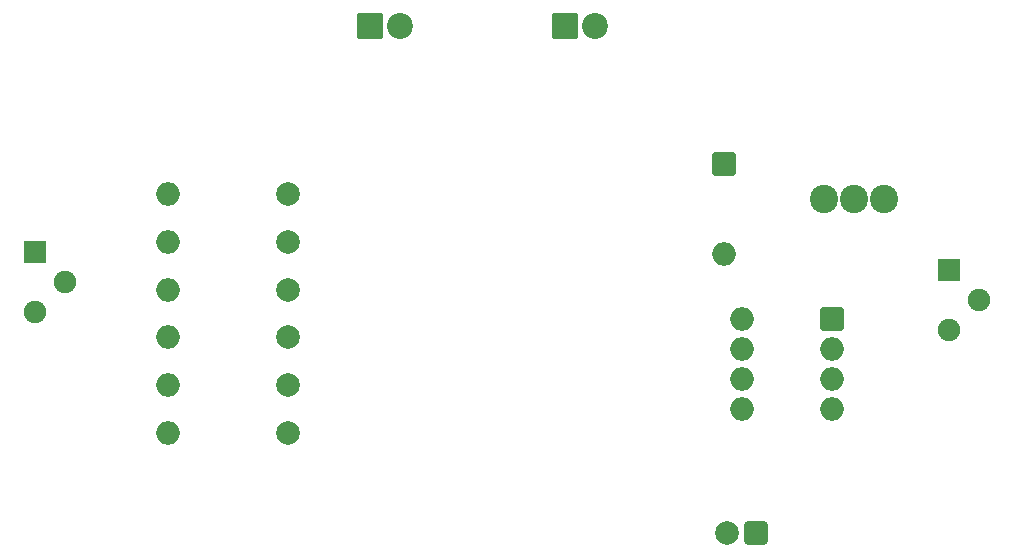
<source format=gbr>
%TF.GenerationSoftware,KiCad,Pcbnew,9.0.6*%
%TF.CreationDate,2026-01-05T12:28:17+01:00*%
%TF.ProjectId,Seegeist,53656567-6569-4737-942e-6b696361645f,rev?*%
%TF.SameCoordinates,Original*%
%TF.FileFunction,Soldermask,Top*%
%TF.FilePolarity,Negative*%
%FSLAX46Y46*%
G04 Gerber Fmt 4.6, Leading zero omitted, Abs format (unit mm)*
G04 Created by KiCad (PCBNEW 9.0.6) date 2026-01-05 12:28:17*
%MOMM*%
%LPD*%
G01*
G04 APERTURE LIST*
G04 Aperture macros list*
%AMRoundRect*
0 Rectangle with rounded corners*
0 $1 Rounding radius*
0 $2 $3 $4 $5 $6 $7 $8 $9 X,Y pos of 4 corners*
0 Add a 4 corners polygon primitive as box body*
4,1,4,$2,$3,$4,$5,$6,$7,$8,$9,$2,$3,0*
0 Add four circle primitives for the rounded corners*
1,1,$1+$1,$2,$3*
1,1,$1+$1,$4,$5*
1,1,$1+$1,$6,$7*
1,1,$1+$1,$8,$9*
0 Add four rect primitives between the rounded corners*
20,1,$1+$1,$2,$3,$4,$5,0*
20,1,$1+$1,$4,$5,$6,$7,0*
20,1,$1+$1,$6,$7,$8,$9,0*
20,1,$1+$1,$8,$9,$2,$3,0*%
G04 Aperture macros list end*
%ADD10C,1.900000*%
%ADD11RoundRect,0.200000X-0.750000X0.750000X-0.750000X-0.750000X0.750000X-0.750000X0.750000X0.750000X0*%
%ADD12C,2.000000*%
%ADD13O,2.000000X2.000000*%
%ADD14RoundRect,0.200000X0.800000X0.800000X-0.800000X0.800000X-0.800000X-0.800000X0.800000X-0.800000X0*%
%ADD15RoundRect,0.312500X0.687500X0.687500X-0.687500X0.687500X-0.687500X-0.687500X0.687500X-0.687500X0*%
%ADD16RoundRect,0.200000X-0.900000X-0.900000X0.900000X-0.900000X0.900000X0.900000X-0.900000X0.900000X0*%
%ADD17C,2.200000*%
%ADD18RoundRect,0.200000X-0.800000X0.800000X-0.800000X-0.800000X0.800000X-0.800000X0.800000X0.800000X0*%
%ADD19C,2.400000*%
G04 APERTURE END LIST*
D10*
%TO.C,Q1*%
X176650000Y-99980000D03*
X179190000Y-97440000D03*
D11*
X176650000Y-94900000D03*
%TD*%
D12*
%TO.C,R6*%
X120610000Y-100600000D03*
D13*
X110450000Y-100600000D03*
%TD*%
D12*
%TO.C,R8*%
X120610000Y-108700000D03*
D13*
X110450000Y-108700000D03*
%TD*%
D12*
%TO.C,R4*%
X120610000Y-88450000D03*
D13*
X110450000Y-88450000D03*
%TD*%
D12*
%TO.C,R7*%
X120610000Y-104650000D03*
D13*
X110450000Y-104650000D03*
%TD*%
D14*
%TO.C,NE555*%
X166670000Y-99010000D03*
D13*
X166670000Y-101550000D03*
X166670000Y-104090000D03*
X166670000Y-106630000D03*
X159050000Y-106630000D03*
X159050000Y-104090000D03*
X159050000Y-101550000D03*
X159050000Y-99010000D03*
%TD*%
D12*
%TO.C,R5*%
X120610000Y-96550000D03*
D13*
X110450000Y-96550000D03*
%TD*%
D12*
%TO.C,R4*%
X120610000Y-92500000D03*
D13*
X110450000Y-92500000D03*
%TD*%
D15*
%TO.C,47uF*%
X160300000Y-117150000D03*
D12*
X157800000Y-117150000D03*
%TD*%
D16*
%TO.C,D2*%
X127580000Y-74252000D03*
D17*
X130120000Y-74252000D03*
%TD*%
D11*
%TO.C,Q2*%
X99261764Y-93346549D03*
D10*
X101801764Y-95886549D03*
X99261764Y-98426549D03*
%TD*%
D16*
%TO.C,D1*%
X144130000Y-74250000D03*
D17*
X146670000Y-74250000D03*
%TD*%
D18*
%TO.C,D3*%
X157550000Y-85900000D03*
D13*
X157550000Y-93520000D03*
%TD*%
D19*
%TO.C,S1*%
X171079500Y-88850000D03*
X168539500Y-88850000D03*
X165999500Y-88850000D03*
%TD*%
M02*

</source>
